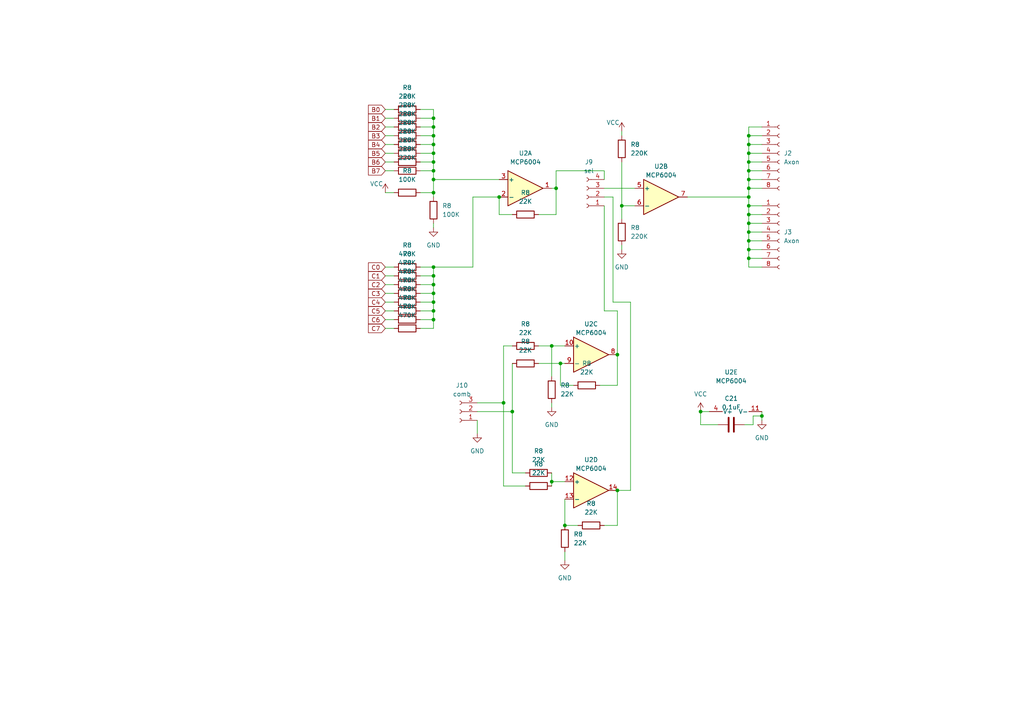
<source format=kicad_sch>
(kicad_sch (version 20230121) (generator eeschema)
  (paper "A4")
  (lib_symbols
    (symbol "Amplifier_Operational:MCP6004" (pin_names (offset 0.127))
      (property "Reference" "U" (at 0 5.08 0))
      (property "Value" "MCP6004" (at 0 -5.08 0))
      (symbol "MCP6004_1_1"
        (polyline (pts (xy -5.08 5.08) (xy 5.08 0) (xy -5.08 -5.08) (xy -5.08 5.08)) (stroke (width 0.254)) (fill (type background)))
        (pin output line (at 7.62 0 180) (length 2.54) (name "~") (number "1"))
        (pin input line (at -7.62 -2.54 0) (length 2.54) (name "-") (number "2"))
        (pin input line (at -7.62 2.54 0) (length 2.54) (name "+") (number "3"))
      )
      (symbol "MCP6004_2_1"
        (polyline (pts (xy -5.08 5.08) (xy 5.08 0) (xy -5.08 -5.08) (xy -5.08 5.08)) (stroke (width 0.254)) (fill (type background)))
        (pin input line (at -7.62 2.54 0) (length 2.54) (name "+") (number "5"))
        (pin input line (at -7.62 -2.54 0) (length 2.54) (name "-") (number "6"))
        (pin output line (at 7.62 0 180) (length 2.54) (name "~") (number "7"))
      )
      (symbol "MCP6004_3_1"
        (polyline (pts (xy -5.08 5.08) (xy 5.08 0) (xy -5.08 -5.08) (xy -5.08 5.08)) (stroke (width 0.254)) (fill (type background)))
        (pin input line (at -7.62 2.54 0) (length 2.54) (name "+") (number "10"))
        (pin output line (at 7.62 0 180) (length 2.54) (name "~") (number "8"))
        (pin input line (at -7.62 -2.54 0) (length 2.54) (name "-") (number "9"))
      )
      (symbol "MCP6004_4_1"
        (polyline (pts (xy -5.08 5.08) (xy 5.08 0) (xy -5.08 -5.08) (xy -5.08 5.08)) (stroke (width 0.254)) (fill (type background)))
        (pin input line (at -7.62 2.54 0) (length 2.54) (name "+") (number "12"))
        (pin input line (at -7.62 -2.54 0) (length 2.54) (name "-") (number "13"))
        (pin output line (at 7.62 0 180) (length 2.54) (name "~") (number "14"))
      )
      (symbol "MCP6004_5_1"
        (pin power_in line (at -2.54 -7.62 90) (length 3.81) (name "V-") (number "11"))
        (pin power_in line (at -2.54 7.62 270) (length 3.81) (name "V+") (number "4"))
      )
    )
    (symbol "Connector:Conn_01x03_Socket" (pin_names (offset 1.016) hide)
      (property "Reference" "J" (at 0 5.08 0))
      (property "Value" "Conn_01x03_Socket" (at 0 -5.08 0))
      (symbol "Conn_01x03_Socket_1_1"
        (arc (start 0 -2.032) (mid -0.5058 -2.54) (end 0 -3.048) (stroke (width 0.1524)))
        (polyline (pts (xy -1.27 -2.54) (xy -0.508 -2.54)) (stroke (width 0.1524)))
        (polyline (pts (xy -1.27 0) (xy -0.508 0)) (stroke (width 0.1524)))
        (polyline (pts (xy -1.27 2.54) (xy -0.508 2.54)) (stroke (width 0.1524)))
        (arc (start 0 0.508) (mid -0.5058 0) (end 0 -0.508) (stroke (width 0.1524)))
        (arc (start 0 3.048) (mid -0.5058 2.54) (end 0 2.032) (stroke (width 0.1524)))
        (pin passive line (at -5.08 2.54 0) (length 3.81) (name "Pin_1") (number "1"))
        (pin passive line (at -5.08 0 0) (length 3.81) (name "Pin_2") (number "2"))
        (pin passive line (at -5.08 -2.54 0) (length 3.81) (name "Pin_3") (number "3"))
      )
    )
    (symbol "Connector:Conn_01x04_Socket" (pin_names (offset 1.016) hide)
      (property "Reference" "J" (at 0 5.08 0))
      (property "Value" "Conn_01x04_Socket" (at 0 -7.62 0))
      (symbol "Conn_01x04_Socket_1_1"
        (arc (start 0 -4.572) (mid -0.5058 -5.08) (end 0 -5.588) (stroke (width 0.1524)))
        (arc (start 0 -2.032) (mid -0.5058 -2.54) (end 0 -3.048) (stroke (width 0.1524)))
        (polyline (pts (xy -1.27 -5.08) (xy -0.508 -5.08)) (stroke (width 0.1524)))
        (polyline (pts (xy -1.27 -2.54) (xy -0.508 -2.54)) (stroke (width 0.1524)))
        (polyline (pts (xy -1.27 0) (xy -0.508 0)) (stroke (width 0.1524)))
        (polyline (pts (xy -1.27 2.54) (xy -0.508 2.54)) (stroke (width 0.1524)))
        (arc (start 0 0.508) (mid -0.5058 0) (end 0 -0.508) (stroke (width 0.1524)))
        (arc (start 0 3.048) (mid -0.5058 2.54) (end 0 2.032) (stroke (width 0.1524)))
        (pin passive line (at -5.08 2.54 0) (length 3.81) (name "Pin_1") (number "1"))
        (pin passive line (at -5.08 0 0) (length 3.81) (name "Pin_2") (number "2"))
        (pin passive line (at -5.08 -2.54 0) (length 3.81) (name "Pin_3") (number "3"))
        (pin passive line (at -5.08 -5.08 0) (length 3.81) (name "Pin_4") (number "4"))
      )
    )
    (symbol "Connector:Conn_01x08_Socket" (pin_names (offset 1.016) hide)
      (property "Reference" "J" (at 0 10.16 0))
      (property "Value" "Conn_01x08_Socket" (at 0 -12.7 0))
      (symbol "Conn_01x08_Socket_1_1"
        (arc (start 0 -9.652) (mid -0.5058 -10.16) (end 0 -10.668) (stroke (width 0.1524)))
        (arc (start 0 -7.112) (mid -0.5058 -7.62) (end 0 -8.128) (stroke (width 0.1524)))
        (arc (start 0 -4.572) (mid -0.5058 -5.08) (end 0 -5.588) (stroke (width 0.1524)))
        (arc (start 0 -2.032) (mid -0.5058 -2.54) (end 0 -3.048) (stroke (width 0.1524)))
        (polyline (pts (xy -1.27 -10.16) (xy -0.508 -10.16)) (stroke (width 0.1524)))
        (polyline (pts (xy -1.27 -7.62) (xy -0.508 -7.62)) (stroke (width 0.1524)))
        (polyline (pts (xy -1.27 -5.08) (xy -0.508 -5.08)) (stroke (width 0.1524)))
        (polyline (pts (xy -1.27 -2.54) (xy -0.508 -2.54)) (stroke (width 0.1524)))
        (polyline (pts (xy -1.27 0) (xy -0.508 0)) (stroke (width 0.1524)))
        (polyline (pts (xy -1.27 2.54) (xy -0.508 2.54)) (stroke (width 0.1524)))
        (polyline (pts (xy -1.27 5.08) (xy -0.508 5.08)) (stroke (width 0.1524)))
        (polyline (pts (xy -1.27 7.62) (xy -0.508 7.62)) (stroke (width 0.1524)))
        (arc (start 0 0.508) (mid -0.5058 0) (end 0 -0.508) (stroke (width 0.1524)))
        (arc (start 0 3.048) (mid -0.5058 2.54) (end 0 2.032) (stroke (width 0.1524)))
        (arc (start 0 5.588) (mid -0.5058 5.08) (end 0 4.572) (stroke (width 0.1524)))
        (arc (start 0 8.128) (mid -0.5058 7.62) (end 0 7.112) (stroke (width 0.1524)))
        (pin passive line (at -5.08 7.62 0) (length 3.81) (name "Pin_1") (number "1"))
        (pin passive line (at -5.08 5.08 0) (length 3.81) (name "Pin_2") (number "2"))
        (pin passive line (at -5.08 2.54 0) (length 3.81) (name "Pin_3") (number "3"))
        (pin passive line (at -5.08 0 0) (length 3.81) (name "Pin_4") (number "4"))
        (pin passive line (at -5.08 -2.54 0) (length 3.81) (name "Pin_5") (number "5"))
        (pin passive line (at -5.08 -5.08 0) (length 3.81) (name "Pin_6") (number "6"))
        (pin passive line (at -5.08 -7.62 0) (length 3.81) (name "Pin_7") (number "7"))
        (pin passive line (at -5.08 -10.16 0) (length 3.81) (name "Pin_8") (number "8"))
      )
    )
    (symbol "Device:C" (pin_numbers hide) (pin_names (offset 0.254))
      (property "Reference" "C" (at 0.635 2.54 0))
      (property "Value" "C" (at 0.635 -2.54 0))
      (symbol "C_0_1"
        (polyline (pts (xy -2.032 -0.762) (xy 2.032 -0.762)) (stroke (width 0.508)))
        (polyline (pts (xy -2.032 0.762) (xy 2.032 0.762)) (stroke (width 0.508)))
      )
      (symbol "C_1_1"
        (pin passive line (at 0 3.81 270) (length 2.794) (name "~") (number "1"))
        (pin passive line (at 0 -3.81 90) (length 2.794) (name "~") (number "2"))
      )
    )
    (symbol "Device:R" (pin_numbers hide) (pin_names (offset 0))
      (property "Reference" "R" (at 2.032 0 90))
      (property "Value" "R" (at 0 0 90))
      (symbol "R_0_1"
        (rectangle (start -1.016 -2.54) (end 1.016 2.54) (stroke (width 0.254)))
      )
      (symbol "R_1_1"
        (pin passive line (at 0 3.81 270) (length 1.27) (name "~") (number "1"))
        (pin passive line (at 0 -3.81 90) (length 1.27) (name "~") (number "2"))
      )
    )
    (symbol "power:GND" (power) (pin_names (offset 0))
      (property "Value" "GND" (at 0 -3.81 0))
      (symbol "GND_0_1"
        (polyline (pts (xy 0 0) (xy 0 -1.27) (xy 1.27 -1.27) (xy 0 -2.54) (xy -1.27 -1.27) (xy 0 -1.27)))
      )
      (symbol "GND_1_1"
        (pin power_in line (at 0 0 270) (length 0) hide (name "GND") (number "1"))
      )
    )
    (symbol "power:VCC" (power) (pin_names (offset 0))
      (property "Value" "VCC" (at 0 3.81 0))
      (symbol "VCC_0_1"
        (polyline (pts (xy -0.762 1.27) (xy 0 2.54)))
        (polyline (pts (xy 0 0) (xy 0 2.54)))
        (polyline (pts (xy 0 2.54) (xy 0.762 1.27)))
      )
      (symbol "VCC_1_1"
        (pin power_in line (at 0 0 90) (length 0) hide (name "VCC") (number "1"))
      )
    )
  )
  (junction (at 217.17 67.31))
  (junction (at 217.17 52.07))
  (junction (at 125.73 39.37))
  (junction (at 217.17 41.91))
  (junction (at 160.02 100.33))
  (junction (at 146.05 116.84))
  (junction (at 217.17 46.99))
  (junction (at 125.73 36.83))
  (junction (at 125.73 44.45))
  (junction (at 125.73 55.88))
  (junction (at 125.73 90.17))
  (junction (at 125.73 49.53))
  (junction (at 217.17 54.61))
  (junction (at 203.2 119.38))
  (junction (at 160.02 139.7))
  (junction (at 125.73 80.01))
  (junction (at 180.34 59.69))
  (junction (at 217.17 49.53))
  (junction (at 217.17 74.93))
  (junction (at 125.73 92.71))
  (junction (at 125.73 46.99))
  (junction (at 125.73 77.47))
  (junction (at 125.73 41.91))
  (junction (at 125.73 34.29))
  (junction (at 125.73 85.09))
  (junction (at 217.17 39.37))
  (junction (at 220.98 120.65))
  (junction (at 179.07 102.87))
  (junction (at 179.07 142.24))
  (junction (at 125.73 52.07))
  (junction (at 217.17 62.23))
  (junction (at 125.73 87.63))
  (junction (at 163.83 152.4))
  (junction (at 162.56 105.41))
  (junction (at 161.29 54.61))
  (junction (at 217.17 44.45))
  (junction (at 217.17 59.69))
  (junction (at 217.17 57.15))
  (junction (at 217.17 69.85))
  (junction (at 148.59 119.38))
  (junction (at 217.17 72.39))
  (junction (at 144.78 57.15))
  (junction (at 217.17 64.77))
  (junction (at 125.73 82.55))
  (wire (pts (xy 148.59 100.33) (xy 146.05 100.33)))
  (wire (pts (xy 175.26 90.17) (xy 179.07 90.17)))
  (wire (pts (xy 138.43 116.84) (xy 146.05 116.84)))
  (wire (pts (xy 121.92 41.91) (xy 125.73 41.91)))
  (wire (pts (xy 220.98 119.38) (xy 220.98 120.65)))
  (wire (pts (xy 121.92 46.99) (xy 125.73 46.99)))
  (wire (pts (xy 163.83 144.78) (xy 163.83 152.4)))
  (wire (pts (xy 125.73 31.75) (xy 121.92 31.75)))
  (wire (pts (xy 148.59 105.41) (xy 148.59 119.38)))
  (wire (pts (xy 160.02 139.7) (xy 163.83 139.7)))
  (wire (pts (xy 121.92 82.55) (xy 125.73 82.55)))
  (wire (pts (xy 121.92 92.71) (xy 125.73 92.71)))
  (wire (pts (xy 217.17 54.61) (xy 220.98 54.61)))
  (wire (pts (xy 137.16 57.15) (xy 137.16 77.47)))
  (wire (pts (xy 162.56 111.76) (xy 162.56 105.41)))
  (wire (pts (xy 146.05 116.84) (xy 146.05 140.97)))
  (wire (pts (xy 215.9 123.19) (xy 218.44 123.19)))
  (wire (pts (xy 121.92 95.25) (xy 125.73 95.25)))
  (wire (pts (xy 217.17 74.93) (xy 217.17 77.47)))
  (wire (pts (xy 121.92 39.37) (xy 125.73 39.37)))
  (wire (pts (xy 111.76 55.88) (xy 114.3 55.88)))
  (wire (pts (xy 217.17 62.23) (xy 220.98 62.23)))
  (wire (pts (xy 121.92 85.09) (xy 125.73 85.09)))
  (wire (pts (xy 160.02 137.16) (xy 160.02 139.7)))
  (wire (pts (xy 121.92 87.63) (xy 125.73 87.63)))
  (wire (pts (xy 161.29 49.53) (xy 161.29 54.61)))
  (wire (pts (xy 160.02 139.7) (xy 160.02 140.97)))
  (wire (pts (xy 111.76 82.55) (xy 114.3 82.55)))
  (wire (pts (xy 111.76 85.09) (xy 114.3 85.09)))
  (wire (pts (xy 111.76 49.53) (xy 114.3 49.53)))
  (wire (pts (xy 163.83 160.02) (xy 163.83 162.56)))
  (wire (pts (xy 111.76 36.83) (xy 114.3 36.83)))
  (wire (pts (xy 218.44 120.65) (xy 220.98 120.65)))
  (wire (pts (xy 179.07 111.76) (xy 179.07 102.87)))
  (wire (pts (xy 217.17 41.91) (xy 217.17 44.45)))
  (wire (pts (xy 217.17 46.99) (xy 220.98 46.99)))
  (wire (pts (xy 121.92 80.01) (xy 125.73 80.01)))
  (wire (pts (xy 125.73 82.55) (xy 125.73 85.09)))
  (wire (pts (xy 125.73 90.17) (xy 125.73 92.71)))
  (wire (pts (xy 111.76 41.91) (xy 114.3 41.91)))
  (wire (pts (xy 217.17 54.61) (xy 217.17 57.15)))
  (wire (pts (xy 121.92 90.17) (xy 125.73 90.17)))
  (wire (pts (xy 173.99 111.76) (xy 179.07 111.76)))
  (wire (pts (xy 161.29 62.23) (xy 156.21 62.23)))
  (wire (pts (xy 144.78 57.15) (xy 144.78 62.23)))
  (wire (pts (xy 217.17 39.37) (xy 220.98 39.37)))
  (wire (pts (xy 156.21 100.33) (xy 160.02 100.33)))
  (wire (pts (xy 217.17 49.53) (xy 217.17 52.07)))
  (wire (pts (xy 217.17 44.45) (xy 217.17 46.99)))
  (wire (pts (xy 163.83 152.4) (xy 167.64 152.4)))
  (wire (pts (xy 125.73 57.15) (xy 125.73 55.88)))
  (wire (pts (xy 148.59 137.16) (xy 152.4 137.16)))
  (wire (pts (xy 125.73 92.71) (xy 125.73 95.25)))
  (wire (pts (xy 161.29 54.61) (xy 161.29 62.23)))
  (wire (pts (xy 125.73 52.07) (xy 144.78 52.07)))
  (wire (pts (xy 217.17 69.85) (xy 217.17 72.39)))
  (wire (pts (xy 217.17 59.69) (xy 220.98 59.69)))
  (wire (pts (xy 180.34 46.99) (xy 180.34 59.69)))
  (wire (pts (xy 125.73 46.99) (xy 125.73 44.45)))
  (wire (pts (xy 111.76 92.71) (xy 114.3 92.71)))
  (wire (pts (xy 111.76 87.63) (xy 114.3 87.63)))
  (wire (pts (xy 175.26 52.07) (xy 175.26 49.53)))
  (wire (pts (xy 199.39 57.15) (xy 217.17 57.15)))
  (wire (pts (xy 182.88 142.24) (xy 179.07 142.24)))
  (wire (pts (xy 203.2 119.38) (xy 205.74 119.38)))
  (wire (pts (xy 148.59 119.38) (xy 148.59 137.16)))
  (wire (pts (xy 146.05 140.97) (xy 152.4 140.97)))
  (wire (pts (xy 111.76 77.47) (xy 114.3 77.47)))
  (wire (pts (xy 125.73 39.37) (xy 125.73 36.83)))
  (wire (pts (xy 125.73 80.01) (xy 125.73 82.55)))
  (wire (pts (xy 217.17 46.99) (xy 217.17 49.53)))
  (wire (pts (xy 220.98 36.83) (xy 217.17 36.83)))
  (wire (pts (xy 220.98 120.65) (xy 220.98 121.92)))
  (wire (pts (xy 125.73 44.45) (xy 125.73 41.91)))
  (wire (pts (xy 217.17 52.07) (xy 220.98 52.07)))
  (wire (pts (xy 217.17 41.91) (xy 220.98 41.91)))
  (wire (pts (xy 111.76 39.37) (xy 114.3 39.37)))
  (wire (pts (xy 217.17 39.37) (xy 217.17 41.91)))
  (wire (pts (xy 175.26 54.61) (xy 184.15 54.61)))
  (wire (pts (xy 179.07 90.17) (xy 179.07 102.87)))
  (wire (pts (xy 166.37 111.76) (xy 162.56 111.76)))
  (wire (pts (xy 125.73 34.29) (xy 125.73 31.75)))
  (wire (pts (xy 125.73 36.83) (xy 125.73 34.29)))
  (wire (pts (xy 138.43 121.92) (xy 138.43 125.73)))
  (wire (pts (xy 175.26 57.15) (xy 177.8 57.15)))
  (wire (pts (xy 160.02 100.33) (xy 160.02 109.22)))
  (wire (pts (xy 217.17 57.15) (xy 217.17 59.69)))
  (wire (pts (xy 180.34 59.69) (xy 180.34 63.5)))
  (wire (pts (xy 125.73 41.91) (xy 125.73 39.37)))
  (wire (pts (xy 217.17 49.53) (xy 220.98 49.53)))
  (wire (pts (xy 156.21 105.41) (xy 162.56 105.41)))
  (wire (pts (xy 175.26 152.4) (xy 179.07 152.4)))
  (wire (pts (xy 177.8 87.63) (xy 182.88 87.63)))
  (wire (pts (xy 160.02 54.61) (xy 161.29 54.61)))
  (wire (pts (xy 217.17 44.45) (xy 220.98 44.45)))
  (wire (pts (xy 160.02 116.84) (xy 160.02 118.11)))
  (wire (pts (xy 217.17 59.69) (xy 217.17 62.23)))
  (wire (pts (xy 208.28 123.19) (xy 203.2 123.19)))
  (wire (pts (xy 180.34 59.69) (xy 184.15 59.69)))
  (wire (pts (xy 182.88 87.63) (xy 182.88 142.24)))
  (wire (pts (xy 217.17 67.31) (xy 217.17 69.85)))
  (wire (pts (xy 160.02 100.33) (xy 163.83 100.33)))
  (wire (pts (xy 125.73 49.53) (xy 125.73 46.99)))
  (wire (pts (xy 125.73 85.09) (xy 125.73 87.63)))
  (wire (pts (xy 217.17 69.85) (xy 220.98 69.85)))
  (wire (pts (xy 162.56 105.41) (xy 163.83 105.41)))
  (wire (pts (xy 217.17 77.47) (xy 220.98 77.47)))
  (wire (pts (xy 111.76 90.17) (xy 114.3 90.17)))
  (wire (pts (xy 125.73 77.47) (xy 121.92 77.47)))
  (wire (pts (xy 217.17 52.07) (xy 217.17 54.61)))
  (wire (pts (xy 217.17 72.39) (xy 217.17 74.93)))
  (wire (pts (xy 111.76 95.25) (xy 114.3 95.25)))
  (wire (pts (xy 111.76 31.75) (xy 114.3 31.75)))
  (wire (pts (xy 137.16 77.47) (xy 125.73 77.47)))
  (wire (pts (xy 203.2 123.19) (xy 203.2 119.38)))
  (wire (pts (xy 180.34 38.1) (xy 180.34 39.37)))
  (wire (pts (xy 121.92 55.88) (xy 125.73 55.88)))
  (wire (pts (xy 177.8 57.15) (xy 177.8 87.63)))
  (wire (pts (xy 125.73 64.77) (xy 125.73 66.04)))
  (wire (pts (xy 217.17 64.77) (xy 217.17 67.31)))
  (wire (pts (xy 125.73 55.88) (xy 125.73 52.07)))
  (wire (pts (xy 217.17 72.39) (xy 220.98 72.39)))
  (wire (pts (xy 111.76 46.99) (xy 114.3 46.99)))
  (wire (pts (xy 217.17 74.93) (xy 220.98 74.93)))
  (wire (pts (xy 111.76 34.29) (xy 114.3 34.29)))
  (wire (pts (xy 217.17 62.23) (xy 217.17 64.77)))
  (wire (pts (xy 217.17 64.77) (xy 220.98 64.77)))
  (wire (pts (xy 218.44 123.19) (xy 218.44 120.65)))
  (wire (pts (xy 217.17 36.83) (xy 217.17 39.37)))
  (wire (pts (xy 138.43 119.38) (xy 148.59 119.38)))
  (wire (pts (xy 111.76 80.01) (xy 114.3 80.01)))
  (wire (pts (xy 121.92 36.83) (xy 125.73 36.83)))
  (wire (pts (xy 175.26 59.69) (xy 175.26 90.17)))
  (wire (pts (xy 144.78 62.23) (xy 148.59 62.23)))
  (wire (pts (xy 146.05 100.33) (xy 146.05 116.84)))
  (wire (pts (xy 217.17 67.31) (xy 220.98 67.31)))
  (wire (pts (xy 175.26 49.53) (xy 161.29 49.53)))
  (wire (pts (xy 180.34 71.12) (xy 180.34 72.39)))
  (wire (pts (xy 121.92 34.29) (xy 125.73 34.29)))
  (wire (pts (xy 179.07 152.4) (xy 179.07 142.24)))
  (wire (pts (xy 125.73 80.01) (xy 125.73 77.47)))
  (wire (pts (xy 125.73 52.07) (xy 125.73 49.53)))
  (wire (pts (xy 121.92 44.45) (xy 125.73 44.45)))
  (wire (pts (xy 125.73 87.63) (xy 125.73 90.17)))
  (wire (pts (xy 121.92 49.53) (xy 125.73 49.53)))
  (wire (pts (xy 111.76 44.45) (xy 114.3 44.45)))
  (wire (pts (xy 144.78 57.15) (xy 137.16 57.15)))
  (global_label "C2" (shape input) (at 111.76 82.55 180) (property "Intersheetrefs" "${INTERSHEET_REFS}" (effects hide)))
  (global_label "B5" (shape input) (at 111.76 44.45 180) (property "Intersheetrefs" "${INTERSHEET_REFS}" (effects hide)))
  (global_label "B0" (shape input) (at 111.76 31.75 180) (property "Intersheetrefs" "${INTERSHEET_REFS}" (effects hide)))
  (global_label "B4" (shape input) (at 111.76 41.91 180) (property "Intersheetrefs" "${INTERSHEET_REFS}" (effects hide)))
  (global_label "C0" (shape input) (at 111.76 77.47 180) (property "Intersheetrefs" "${INTERSHEET_REFS}" (effects hide)))
  (global_label "B7" (shape input) (at 111.76 49.53 180) (property "Intersheetrefs" "${INTERSHEET_REFS}" (effects hide)))
  (global_label "C6" (shape input) (at 111.76 92.71 180) (property "Intersheetrefs" "${INTERSHEET_REFS}" (effects hide)))
  (global_label "C7" (shape input) (at 111.76 95.25 180) (property "Intersheetrefs" "${INTERSHEET_REFS}" (effects hide)))
  (global_label "C5" (shape input) (at 111.76 90.17 180) (property "Intersheetrefs" "${INTERSHEET_REFS}" (effects hide)))
  (global_label "C1" (shape input) (at 111.76 80.01 180) (property "Intersheetrefs" "${INTERSHEET_REFS}" (effects hide)))
  (global_label "B1" (shape input) (at 111.76 34.29 180) (property "Intersheetrefs" "${INTERSHEET_REFS}" (effects hide)))
  (global_label "C4" (shape input) (at 111.76 87.63 180) (property "Intersheetrefs" "${INTERSHEET_REFS}" (effects hide)))
  (global_label "B3" (shape input) (at 111.76 39.37 180) (property "Intersheetrefs" "${INTERSHEET_REFS}" (effects hide)))
  (global_label "B2" (shape input) (at 111.76 36.83 180) (property "Intersheetrefs" "${INTERSHEET_REFS}" (effects hide)))
  (global_label "B6" (shape input) (at 111.76 46.99 180) (property "Intersheetrefs" "${INTERSHEET_REFS}" (effects hide)))
  (global_label "C3" (shape input) (at 111.76 85.09 180) (property "Intersheetrefs" "${INTERSHEET_REFS}" (effects hide)))
  (symbol (lib_id "Device:R") (at 118.11 41.91 270) (unit 1)
    (property "Reference" "R8" (at 118.11 35.56 90))
    (property "Value" "220K" (at 118.11 38.1 90))
    (property "Footprint" "Resistor_SMD:R_0805_2012Metric" (effects hide))
    (instances (project "one-synapse-electronic" (path "" (reference "R8") (unit 1)) (path "" (reference "R24") (unit 1)) (path "" (reference "R46") (unit 1)) (path "" (reference "R63") (unit 1))))
  )
  (symbol (lib_id "Amplifier_Operational:MCP6004") (at 171.45 142.24 0) (unit 4)
    (property "Reference" "U2" (at 171.45 133.35 0))
    (property "Value" "MCP6004" (at 171.45 135.89 0))
    (property "Footprint" "Package_SO:HTSSOP-14-1EP_4.4x5mm_P0.65mm_EP3.4x5mm_Mask3x3.1mm" (effects hide))
    (property "Datasheet" "http://ww1.microchip.com/downloads/en/DeviceDoc/21733j.pdf" (effects hide))
    (instances (project "one-synapse-electronic" (path "" (reference "U2") (unit 4)) (path "" (reference "U5") (unit 4)) (path "" (reference "U6") (unit 4))))
  )
  (symbol (lib_id "power:VCC") (at 111.76 55.88 0) (unit 1)
    (property "Reference" "#PWR015" (effects hide))
    (property "Value" "VCC" (at 109.22 53.34 0))
    (instances (project "one-synapse-electronic" (path "" (reference "#PWR015") (unit 1)) (path "" (reference "#PWR036") (unit 1))))
  )
  (symbol (lib_id "Device:R") (at 118.11 34.29 270) (unit 1)
    (property "Reference" "R8" (at 118.11 27.94 90))
    (property "Value" "220K" (at 118.11 30.48 90))
    (property "Footprint" "Resistor_SMD:R_0805_2012Metric" (effects hide))
    (instances (project "one-synapse-electronic" (path "" (reference "R8") (unit 1)) (path "" (reference "R24") (unit 1)) (path "" (reference "R46") (unit 1)) (path "" (reference "R60") (unit 1))))
  )
  (symbol (lib_id "Device:R") (at 118.11 82.55 270) (unit 1)
    (property "Reference" "R8" (at 118.11 76.2 90))
    (property "Value" "470K" (at 118.11 78.74 90))
    (property "Footprint" "Resistor_SMD:R_0805_2012Metric" (effects hide))
    (instances (project "one-synapse-electronic" (path "" (reference "R8") (unit 1)) (path "" (reference "R24") (unit 1)) (path "" (reference "R46") (unit 1)) (path "" (reference "R53") (unit 1))))
  )
  (symbol (lib_id "Amplifier_Operational:MCP6004") (at 191.77 57.15 0) (unit 2)
    (property "Reference" "U2" (at 191.77 48.26 0))
    (property "Value" "MCP6004" (at 191.77 50.8 0))
    (property "Footprint" "Package_SO:HTSSOP-14-1EP_4.4x5mm_P0.65mm_EP3.4x5mm_Mask3x3.1mm" (effects hide))
    (property "Datasheet" "http://ww1.microchip.com/downloads/en/DeviceDoc/21733j.pdf" (effects hide))
    (instances (project "one-synapse-electronic" (path "" (reference "U2") (unit 2)) (path "" (reference "U5") (unit 2)) (path "" (reference "U6") (unit 2))))
  )
  (symbol (lib_id "Connector:Conn_01x08_Socket") (at 226.06 67.31 0) (unit 1)
    (property "Reference" "J3" (at 227.33 67.31 0) (effects (justify left)))
    (property "Value" "Axon" (at 227.33 69.85 0) (effects (justify left)))
    (property "Footprint" "Connector_PinSocket_2.54mm:PinSocket_1x08_P2.54mm_Vertical" (effects hide))
    (instances (project "one-synapse-electronic" (path "" (reference "J3") (unit 1)) (path "" (reference "J2") (unit 1))))
  )
  (symbol (lib_id "Device:R") (at 156.21 137.16 270) (unit 1)
    (property "Reference" "R8" (at 156.21 130.81 90))
    (property "Value" "22K" (at 156.21 133.35 90))
    (property "Footprint" "Resistor_SMD:R_0805_2012Metric" (effects hide))
    (instances (project "one-synapse-electronic" (path "" (reference "R8") (unit 1)) (path "" (reference "R24") (unit 1)) (path "" (reference "R46") (unit 1)) (path "" (reference "R76") (unit 1))))
  )
  (symbol (lib_id "Device:R") (at 118.11 36.83 270) (unit 1)
    (property "Reference" "R8" (at 118.11 30.48 90))
    (property "Value" "220K" (at 118.11 33.02 90))
    (property "Footprint" "Resistor_SMD:R_0805_2012Metric" (effects hide))
    (instances (project "one-synapse-electronic" (path "" (reference "R8") (unit 1)) (path "" (reference "R24") (unit 1)) (path "" (reference "R46") (unit 1)) (path "" (reference "R61") (unit 1))))
  )
  (symbol (lib_id "power:VCC") (at 203.2 119.38 0) (unit 1)
    (property "Reference" "#PWR015" (effects hide))
    (property "Value" "VCC" (at 203.2 114.3 0))
    (instances (project "one-synapse-electronic" (path "" (reference "#PWR015") (unit 1)) (path "" (reference "#PWR017") (unit 1))))
  )
  (symbol (lib_id "Device:R") (at 118.11 85.09 270) (unit 1)
    (property "Reference" "R8" (at 118.11 78.74 90))
    (property "Value" "470K" (at 118.11 81.28 90))
    (property "Footprint" "Resistor_SMD:R_0805_2012Metric" (effects hide))
    (instances (project "one-synapse-electronic" (path "" (reference "R8") (unit 1)) (path "" (reference "R24") (unit 1)) (path "" (reference "R46") (unit 1)) (path "" (reference "R54") (unit 1))))
  )
  (symbol (lib_id "Amplifier_Operational:MCP6004") (at 171.45 102.87 0) (unit 3)
    (property "Reference" "U2" (at 171.45 93.98 0))
    (property "Value" "MCP6004" (at 171.45 96.52 0))
    (property "Footprint" "Package_SO:HTSSOP-14-1EP_4.4x5mm_P0.65mm_EP3.4x5mm_Mask3x3.1mm" (effects hide))
    (property "Datasheet" "http://ww1.microchip.com/downloads/en/DeviceDoc/21733j.pdf" (effects hide))
    (instances (project "one-synapse-electronic" (path "" (reference "U2") (unit 3)) (path "" (reference "U5") (unit 3)) (path "" (reference "U6") (unit 3))))
  )
  (symbol (lib_id "Device:R") (at 170.18 111.76 270) (unit 1)
    (property "Reference" "R8" (at 170.18 105.41 90))
    (property "Value" "22K" (at 170.18 107.95 90))
    (property "Footprint" "Resistor_SMD:R_0805_2012Metric" (effects hide))
    (instances (project "one-synapse-electronic" (path "" (reference "R8") (unit 1)) (path "" (reference "R24") (unit 1)) (path "" (reference "R46") (unit 1)) (path "" (reference "R71") (unit 1))))
  )
  (symbol (lib_id "Amplifier_Operational:MCP6004") (at 213.36 116.84 90) (unit 5)
    (property "Reference" "U2" (at 212.09 107.95 90))
    (property "Value" "MCP6004" (at 212.09 110.49 90))
    (property "Footprint" "Package_SO:HTSSOP-14-1EP_4.4x5mm_P0.65mm_EP3.4x5mm_Mask3x3.1mm" (effects hide))
    (property "Datasheet" "http://ww1.microchip.com/downloads/en/DeviceDoc/21733j.pdf" (effects hide))
    (instances (project "one-synapse-electronic" (path "" (reference "U2") (unit 5)) (path "" (reference "U5") (unit 5)) (path "" (reference "U6") (unit 5))))
  )
  (symbol (lib_id "Device:R") (at 152.4 62.23 270) (unit 1)
    (property "Reference" "R8" (at 152.4 55.88 90))
    (property "Value" "22K" (at 152.4 58.42 90))
    (property "Footprint" "Resistor_SMD:R_0805_2012Metric" (effects hide))
    (instances (project "one-synapse-electronic" (path "" (reference "R8") (unit 1)) (path "" (reference "R24") (unit 1)) (path "" (reference "R46") (unit 1)) (path "" (reference "R50") (unit 1))))
  )
  (symbol (lib_id "Connector:Conn_01x03_Socket") (at 133.35 119.38 180) (unit 1)
    (property "Reference" "J10" (at 133.985 111.76 0))
    (property "Value" "comb" (at 133.985 114.3 0))
    (property "Footprint" "Connector_PinSocket_2.54mm:PinSocket_1x03_P2.54mm_Vertical" (effects hide))
  )
  (symbol (lib_id "Device:R") (at 118.11 46.99 270) (unit 1)
    (property "Reference" "R8" (at 118.11 40.64 90))
    (property "Value" "220K" (at 118.11 43.18 90))
    (property "Footprint" "Resistor_SMD:R_0805_2012Metric" (effects hide))
    (instances (project "one-synapse-electronic" (path "" (reference "R8") (unit 1)) (path "" (reference "R24") (unit 1)) (path "" (reference "R46") (unit 1)) (path "" (reference "R65") (unit 1))))
  )
  (symbol (lib_id "power:GND") (at 160.02 118.11 0) (unit 1)
    (property "Reference" "#PWR01" (effects hide))
    (property "Value" "GND" (at 160.02 123.19 0))
    (instances (project "one-synapse-electronic" (path "" (reference "#PWR01") (unit 1)) (path "" (reference "#PWR022") (unit 1)) (path "" (reference "#PWR016") (unit 1)) (path "" (reference "#PWR042") (unit 1))))
  )
  (symbol (lib_id "Connector:Conn_01x08_Socket") (at 226.06 44.45 0) (unit 1)
    (property "Reference" "J2" (at 227.33 44.45 0) (effects (justify left)))
    (property "Value" "Axon" (at 227.33 46.99 0) (effects (justify left)))
    (property "Footprint" "Connector_PinSocket_2.54mm:PinSocket_1x08_P2.54mm_Vertical" (effects hide))
    (instances (project "one-synapse-electronic" (path "" (reference "J2") (unit 1)) (path "" (reference "J3") (unit 1))))
  )
  (symbol (lib_id "Device:R") (at 118.11 92.71 270) (unit 1)
    (property "Reference" "R8" (at 118.11 86.36 90))
    (property "Value" "470K" (at 118.11 88.9 90))
    (property "Footprint" "Resistor_SMD:R_0805_2012Metric" (effects hide))
    (instances (project "one-synapse-electronic" (path "" (reference "R8") (unit 1)) (path "" (reference "R24") (unit 1)) (path "" (reference "R46") (unit 1)) (path "" (reference "R57") (unit 1))))
  )
  (symbol (lib_id "Device:R") (at 118.11 39.37 270) (unit 1)
    (property "Reference" "R8" (at 118.11 33.02 90))
    (property "Value" "220K" (at 118.11 35.56 90))
    (property "Footprint" "Resistor_SMD:R_0805_2012Metric" (effects hide))
    (instances (project "one-synapse-electronic" (path "" (reference "R8") (unit 1)) (path "" (reference "R24") (unit 1)) (path "" (reference "R46") (unit 1)) (path "" (reference "R62") (unit 1))))
  )
  (symbol (lib_id "power:GND") (at 138.43 125.73 0) (unit 1)
    (property "Reference" "#PWR01" (effects hide))
    (property "Value" "GND" (at 138.43 130.81 0))
    (instances (project "one-synapse-electronic" (path "" (reference "#PWR01") (unit 1)) (path "" (reference "#PWR022") (unit 1)) (path "" (reference "#PWR016") (unit 1)) (path "" (reference "#PWR044") (unit 1))))
  )
  (symbol (lib_id "Device:R") (at 156.21 140.97 270) (unit 1)
    (property "Reference" "R8" (at 156.21 134.62 90))
    (property "Value" "22K" (at 156.21 137.16 90))
    (property "Footprint" "Resistor_SMD:R_0805_2012Metric" (effects hide))
    (instances (project "one-synapse-electronic" (path "" (reference "R8") (unit 1)) (path "" (reference "R24") (unit 1)) (path "" (reference "R46") (unit 1)) (path "" (reference "R77") (unit 1))))
  )
  (symbol (lib_id "Device:R") (at 125.73 60.96 0) (unit 1)
    (property "Reference" "R8" (at 128.27 59.69 0) (effects (justify left)))
    (property "Value" "100K" (at 128.27 62.23 0) (effects (justify left)))
    (property "Footprint" "Resistor_SMD:R_0805_2012Metric" (effects hide))
    (instances (project "one-synapse-electronic" (path "" (reference "R8") (unit 1)) (path "" (reference "R24") (unit 1)) (path "" (reference "R46") (unit 1)) (path "" (reference "R68") (unit 1))))
  )
  (symbol (lib_id "Device:R") (at 180.34 67.31 0) (unit 1)
    (property "Reference" "R8" (at 182.88 66.04 0) (effects (justify left)))
    (property "Value" "220K" (at 182.88 68.58 0) (effects (justify left)))
    (property "Footprint" "Resistor_SMD:R_0805_2012Metric" (effects hide))
    (instances (project "one-synapse-electronic" (path "" (reference "R8") (unit 1)) (path "" (reference "R24") (unit 1)) (path "" (reference "R46") (unit 1)) (path "" (reference "R70") (unit 1))))
  )
  (symbol (lib_id "power:GND") (at 180.34 72.39 0) (unit 1)
    (property "Reference" "#PWR01" (effects hide))
    (property "Value" "GND" (at 180.34 77.47 0))
    (instances (project "one-synapse-electronic" (path "" (reference "#PWR01") (unit 1)) (path "" (reference "#PWR022") (unit 1)) (path "" (reference "#PWR016") (unit 1)) (path "" (reference "#PWR039") (unit 1))))
  )
  (symbol (lib_id "Device:C") (at 212.09 123.19 270) (unit 1)
    (property "Reference" "C21" (at 212.09 115.57 90))
    (property "Value" "0.1uF" (at 212.09 118.11 90))
    (property "Footprint" "Capacitor_SMD:C_0805_2012Metric" (effects hide))
    (instances (project "one-synapse-electronic" (path "" (reference "C21") (unit 1)) (path "" (reference "C22") (unit 1))))
  )
  (symbol (lib_id "Device:R") (at 160.02 113.03 0) (unit 1)
    (property "Reference" "R8" (at 162.56 111.76 0) (effects (justify left)))
    (property "Value" "22K" (at 162.56 114.3 0) (effects (justify left)))
    (property "Footprint" "Resistor_SMD:R_0805_2012Metric" (effects hide))
    (instances (project "one-synapse-electronic" (path "" (reference "R8") (unit 1)) (path "" (reference "R24") (unit 1)) (path "" (reference "R46") (unit 1)) (path "" (reference "R74") (unit 1))))
  )
  (symbol (lib_id "Device:R") (at 163.83 156.21 0) (unit 1)
    (property "Reference" "R8" (at 166.37 154.94 0) (effects (justify left)))
    (property "Value" "22K" (at 166.37 157.48 0) (effects (justify left)))
    (property "Footprint" "Resistor_SMD:R_0805_2012Metric" (effects hide))
    (instances (project "one-synapse-electronic" (path "" (reference "R8") (unit 1)) (path "" (reference "R24") (unit 1)) (path "" (reference "R46") (unit 1)) (path "" (reference "R78") (unit 1))))
  )
  (symbol (lib_id "Device:R") (at 180.34 43.18 0) (unit 1)
    (property "Reference" "R8" (at 182.88 41.91 0) (effects (justify left)))
    (property "Value" "220K" (at 182.88 44.45 0) (effects (justify left)))
    (property "Footprint" "Resistor_SMD:R_0805_2012Metric" (effects hide))
    (instances (project "one-synapse-electronic" (path "" (reference "R8") (unit 1)) (path "" (reference "R24") (unit 1)) (path "" (reference "R46") (unit 1)) (path "" (reference "R69") (unit 1))))
  )
  (symbol (lib_id "Connector:Conn_01x04_Socket") (at 170.18 57.15 180) (unit 1)
    (property "Reference" "J9" (at 170.815 46.99 0))
    (property "Value" "sel" (at 170.815 49.53 0))
    (property "Footprint" "Connector_PinSocket_2.54mm:PinSocket_1x04_P2.54mm_Vertical" (effects hide))
  )
  (symbol (lib_id "power:GND") (at 163.83 162.56 0) (unit 1)
    (property "Reference" "#PWR01" (effects hide))
    (property "Value" "GND" (at 163.83 167.64 0))
    (instances (project "one-synapse-electronic" (path "" (reference "#PWR01") (unit 1)) (path "" (reference "#PWR022") (unit 1)) (path "" (reference "#PWR016") (unit 1)) (path "" (reference "#PWR043") (unit 1))))
  )
  (symbol (lib_id "Device:R") (at 171.45 152.4 270) (unit 1)
    (property "Reference" "R8" (at 171.45 146.05 90))
    (property "Value" "22K" (at 171.45 148.59 90))
    (property "Footprint" "Resistor_SMD:R_0805_2012Metric" (effects hide))
    (instances (project "one-synapse-electronic" (path "" (reference "R8") (unit 1)) (path "" (reference "R24") (unit 1)) (path "" (reference "R46") (unit 1)) (path "" (reference "R75") (unit 1))))
  )
  (symbol (lib_id "Device:R") (at 118.11 90.17 270) (unit 1)
    (property "Reference" "R8" (at 118.11 83.82 90))
    (property "Value" "470K" (at 118.11 86.36 90))
    (property "Footprint" "Resistor_SMD:R_0805_2012Metric" (effects hide))
    (instances (project "one-synapse-electronic" (path "" (reference "R8") (unit 1)) (path "" (reference "R24") (unit 1)) (path "" (reference "R46") (unit 1)) (path "" (reference "R56") (unit 1))))
  )
  (symbol (lib_id "Device:R") (at 118.11 44.45 270) (unit 1)
    (property "Reference" "R8" (at 118.11 38.1 90))
    (property "Value" "220K" (at 118.11 40.64 90))
    (property "Footprint" "Resistor_SMD:R_0805_2012Metric" (effects hide))
    (instances (project "one-synapse-electronic" (path "" (reference "R8") (unit 1)) (path "" (reference "R24") (unit 1)) (path "" (reference "R46") (unit 1)) (path "" (reference "R64") (unit 1))))
  )
  (symbol (lib_id "Device:R") (at 118.11 49.53 270) (unit 1)
    (property "Reference" "R8" (at 118.11 43.18 90))
    (property "Value" "220K" (at 118.11 45.72 90))
    (property "Footprint" "Resistor_SMD:R_0805_2012Metric" (effects hide))
    (instances (project "one-synapse-electronic" (path "" (reference "R8") (unit 1)) (path "" (reference "R24") (unit 1)) (path "" (reference "R46") (unit 1)) (path "" (reference "R66") (unit 1))))
  )
  (symbol (lib_id "Device:R") (at 118.11 55.88 270) (unit 1)
    (property "Reference" "R8" (at 118.11 49.53 90))
    (property "Value" "100K" (at 118.11 52.07 90))
    (property "Footprint" "Resistor_SMD:R_0805_2012Metric" (effects hide))
    (instances (project "one-synapse-electronic" (path "" (reference "R8") (unit 1)) (path "" (reference "R24") (unit 1)) (path "" (reference "R46") (unit 1)) (path "" (reference "R67") (unit 1))))
  )
  (symbol (lib_id "Device:R") (at 118.11 77.47 270) (unit 1)
    (property "Reference" "R8" (at 118.11 71.12 90))
    (property "Value" "470K" (at 118.11 73.66 90))
    (property "Footprint" "Resistor_SMD:R_0805_2012Metric" (effects hide))
    (instances (project "one-synapse-electronic" (path "" (reference "R8") (unit 1)) (path "" (reference "R24") (unit 1)) (path "" (reference "R46") (unit 1)) (path "" (reference "R51") (unit 1))))
  )
  (symbol (lib_id "Device:R") (at 118.11 31.75 270) (unit 1)
    (property "Reference" "R8" (at 118.11 25.4 90))
    (property "Value" "220K" (at 118.11 27.94 90))
    (property "Footprint" "Resistor_SMD:R_0805_2012Metric" (effects hide))
    (instances (project "one-synapse-electronic" (path "" (reference "R8") (unit 1)) (path "" (reference "R24") (unit 1)) (path "" (reference "R46") (unit 1)) (path "" (reference "R59") (unit 1))))
  )
  (symbol (lib_id "Device:R") (at 118.11 87.63 270) (unit 1)
    (property "Reference" "R8" (at 118.11 81.28 90))
    (property "Value" "470K" (at 118.11 83.82 90))
    (property "Footprint" "Resistor_SMD:R_0805_2012Metric" (effects hide))
    (instances (project "one-synapse-electronic" (path "" (reference "R8") (unit 1)) (path "" (reference "R24") (unit 1)) (path "" (reference "R46") (unit 1)) (path "" (reference "R55") (unit 1))))
  )
  (symbol (lib_id "Device:R") (at 152.4 105.41 270) (unit 1)
    (property "Reference" "R8" (at 152.4 99.06 90))
    (property "Value" "22K" (at 152.4 101.6 90))
    (property "Footprint" "Resistor_SMD:R_0805_2012Metric" (effects hide))
    (instances (project "one-synapse-electronic" (path "" (reference "R8") (unit 1)) (path "" (reference "R24") (unit 1)) (path "" (reference "R46") (unit 1)) (path "" (reference "R72") (unit 1))))
  )
  (symbol (lib_id "power:VCC") (at 180.34 38.1 0) (unit 1)
    (property "Reference" "#PWR015" (effects hide))
    (property "Value" "VCC" (at 177.8 35.56 0))
    (instances (project "one-synapse-electronic" (path "" (reference "#PWR015") (unit 1)) (path "" (reference "#PWR038") (unit 1))))
  )
  (symbol (lib_id "Device:R") (at 152.4 100.33 270) (unit 1)
    (property "Reference" "R8" (at 152.4 93.98 90))
    (property "Value" "22K" (at 152.4 96.52 90))
    (property "Footprint" "Resistor_SMD:R_0805_2012Metric" (effects hide))
    (instances (project "one-synapse-electronic" (path "" (reference "R8") (unit 1)) (path "" (reference "R24") (unit 1)) (path "" (reference "R46") (unit 1)) (path "" (reference "R73") (unit 1))))
  )
  (symbol (lib_id "Device:R") (at 118.11 80.01 270) (unit 1)
    (property "Reference" "R8" (at 118.11 73.66 90))
    (property "Value" "470K" (at 118.11 76.2 90))
    (property "Footprint" "Resistor_SMD:R_0805_2012Metric" (effects hide))
    (instances (project "one-synapse-electronic" (path "" (reference "R8") (unit 1)) (path "" (reference "R24") (unit 1)) (path "" (reference "R46") (unit 1)) (path "" (reference "R52") (unit 1))))
  )
  (symbol (lib_id "Amplifier_Operational:MCP6004") (at 152.4 54.61 0) (unit 1)
    (property "Reference" "U2" (at 152.4 44.45 0))
    (property "Value" "MCP6004" (at 152.4 46.99 0))
    (property "Footprint" "Package_SO:HTSSOP-14-1EP_4.4x5mm_P0.65mm_EP3.4x5mm_Mask3x3.1mm" (effects hide))
    (property "Datasheet" "http://ww1.microchip.com/downloads/en/DeviceDoc/21733j.pdf" (effects hide))
    (instances (project "one-synapse-electronic" (path "" (reference "U2") (unit 1)) (path "" (reference "U5") (unit 1)) (path "" (reference "U6") (unit 1))))
  )
  (symbol (lib_id "Device:R") (at 118.11 95.25 270) (unit 1)
    (property "Reference" "R8" (at 118.11 88.9 90))
    (property "Value" "470K" (at 118.11 91.44 90))
    (property "Footprint" "Resistor_SMD:R_0805_2012Metric" (effects hide))
    (instances (project "one-synapse-electronic" (path "" (reference "R8") (unit 1)) (path "" (reference "R24") (unit 1)) (path "" (reference "R46") (unit 1)) (path "" (reference "R58") (unit 1))))
  )
  (symbol (lib_id "power:GND") (at 125.73 66.04 0) (unit 1)
    (property "Reference" "#PWR01" (effects hide))
    (property "Value" "GND" (at 125.73 71.12 0))
    (instances (project "one-synapse-electronic" (path "" (reference "#PWR01") (unit 1)) (path "" (reference "#PWR022") (unit 1)) (path "" (reference "#PWR016") (unit 1)) (path "" (reference "#PWR037") (unit 1))))
  )
  (symbol (lib_id "power:GND") (at 220.98 121.92 0) (unit 1)
    (property "Reference" "#PWR01" (effects hide))
    (property "Value" "GND" (at 220.98 127 0))
    (instances (project "one-synapse-electronic" (path "" (reference "#PWR01") (unit 1)) (path "" (reference "#PWR022") (unit 1)) (path "" (reference "#PWR016") (unit 1)) (path "" (reference "#PWR035") (unit 1))))
  )
)
</source>
